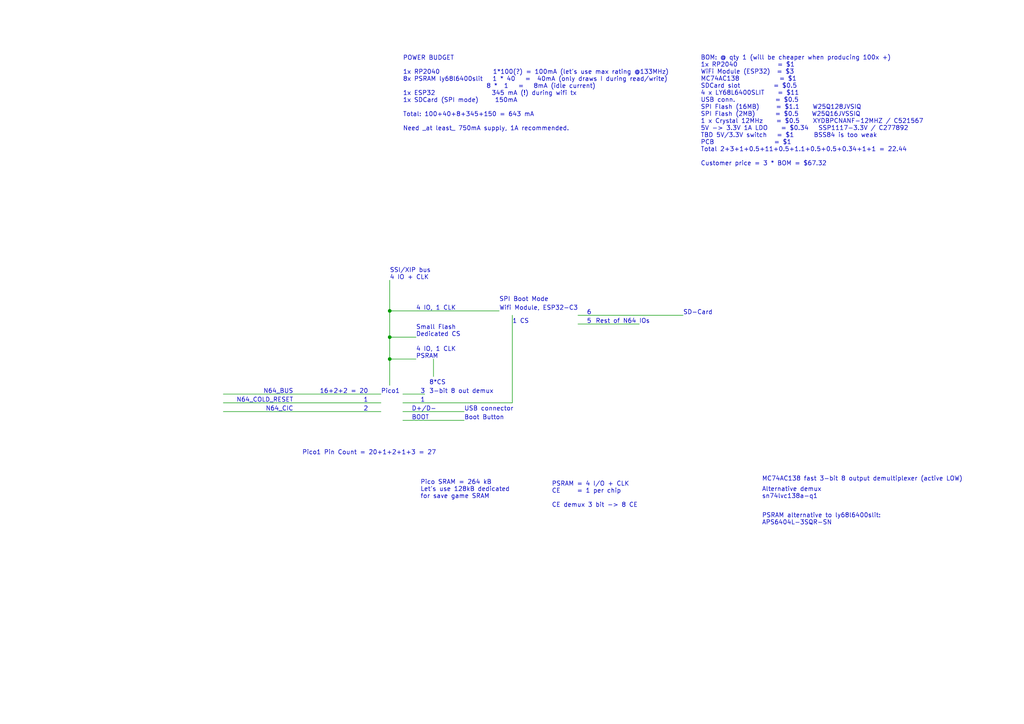
<source format=kicad_sch>
(kicad_sch (version 20211123) (generator eeschema)
  (paper "A4")
  (lib_symbols
    (symbol "Connector:Micro_SD_Card_Det" (pin_names (offset 1.016))
      (property "Reference" "J" (at -16.51 17.78 0))
      (property "Value" "Micro_SD_Card_Det" (at 16.51 17.78 0))
      (symbol "Micro_SD_Card_Det_0_1"
        (rectangle (start -7.62 -6.985) (end -5.08 -8.255) (fill (type outline)))
        (rectangle (start -7.62 -4.445) (end -5.08 -5.715) (fill (type outline)))
        (rectangle (start -7.62 -1.905) (end -5.08 -3.175) (fill (type outline)))
        (rectangle (start -7.62 0.635) (end -5.08 -0.635) (fill (type outline)))
        (rectangle (start -7.62 3.175) (end -5.08 1.905) (fill (type outline)))
        (rectangle (start -7.62 5.715) (end -5.08 4.445) (fill (type outline)))
        (rectangle (start -7.62 8.255) (end -5.08 6.985) (fill (type outline)))
        (rectangle (start -7.62 10.795) (end -5.08 9.525) (fill (type outline)))
        (polyline (pts (xy 16.51 15.24) (xy 16.51 16.51) (xy -19.05 16.51) (xy -19.05 -16.51) (xy 16.51 -16.51) (xy 16.51 -8.89)) (stroke (width 0.254)))
        (polyline (pts (xy -8.89 -8.89) (xy -8.89 11.43) (xy -1.27 11.43) (xy 2.54 15.24) (xy 3.81 15.24) (xy 3.81 13.97) (xy 6.35 13.97) (xy 7.62 15.24) (xy 20.32 15.24) (xy 20.32 -8.89) (xy -8.89 -8.89)) (stroke (width 0.254)) (fill (type background)))
      )
      (symbol "Micro_SD_Card_Det_1_1"
        (pin bidirectional line (at -22.86 10.16 0) (length 3.81) (name "DAT2") (number "1"))
        (pin passive line (at -22.86 -10.16 0) (length 3.81) (name "DET_A") (number "10"))
        (pin passive line (at 20.32 -12.7 180) (length 3.81) (name "SHIELD") (number "11"))
        (pin bidirectional line (at -22.86 7.62 0) (length 3.81) (name "DAT3/CD") (number "2"))
        (pin input line (at -22.86 5.08 0) (length 3.81) (name "CMD") (number "3"))
        (pin power_in line (at -22.86 2.54 0) (length 3.81) (name "VDD") (number "4"))
        (pin input line (at -22.86 0 0) (length 3.81) (name "CLK") (number "5"))
        (pin power_in line (at -22.86 -2.54 0) (length 3.81) (name "VSS") (number "6"))
        (pin bidirectional line (at -22.86 -5.08 0) (length 3.81) (name "DAT0") (number "7"))
        (pin bidirectional line (at -22.86 -7.62 0) (length 3.81) (name "DAT1") (number "8"))
        (pin passive line (at -22.86 -12.7 0) (length 3.81) (name "DET_B") (number "9"))
      )
    )
    (symbol "Connector_Generic:Conn_01x05" (pin_names (offset 1.016) hide)
      (property "Reference" "J" (at 0 7.62 0))
      (property "Value" "Conn_01x05" (at 0 -7.62 0))
      (symbol "Conn_01x05_1_1"
        (rectangle (start -1.27 -4.953) (end 0 -5.207) (stroke (width 0.1524)))
        (rectangle (start -1.27 -2.413) (end 0 -2.667) (stroke (width 0.1524)))
        (rectangle (start -1.27 0.127) (end 0 -0.127) (stroke (width 0.1524)))
        (rectangle (start -1.27 2.667) (end 0 2.413) (stroke (width 0.1524)))
        (rectangle (start -1.27 5.207) (end 0 4.953) (stroke (width 0.1524)))
        (rectangle (start -1.27 6.35) (end 1.27 -6.35) (stroke (width 0.254)) (fill (type background)))
        (pin passive line (at -5.08 5.08 0) (length 3.81) (name "Pin_1") (number "1"))
        (pin passive line (at -5.08 2.54 0) (length 3.81) (name "Pin_2") (number "2"))
        (pin passive line (at -5.08 0 0) (length 3.81) (name "Pin_3") (number "3"))
        (pin passive line (at -5.08 -2.54 0) (length 3.81) (name "Pin_4") (number "4"))
        (pin passive line (at -5.08 -5.08 0) (length 3.81) (name "Pin_5") (number "5"))
      )
    )
    (symbol "Connector_Generic:Conn_02x06_Odd_Even" (pin_names (offset 1.016) hide)
      (property "Reference" "J" (at 1.27 7.62 0))
      (property "Value" "Conn_02x06_Odd_Even" (at 1.27 -10.16 0))
      (symbol "Conn_02x06_Odd_Even_1_1"
        (rectangle (start -1.27 -7.493) (end 0 -7.747) (stroke (width 0.1524)))
        (rectangle (start -1.27 -4.953) (end 0 -5.207) (stroke (width 0.1524)))
        (rectangle (start -1.27 -2.413) (end 0 -2.667) (stroke (width 0.1524)))
        (rectangle (start -1.27 0.127) (end 0 -0.127) (stroke (width 0.1524)))
        (rectangle (start -1.27 2.667) (end 0 2.413) (stroke (width 0.1524)))
        (rectangle (start -1.27 5.207) (end 0 4.953) (stroke (width 0.1524)))
        (rectangle (start -1.27 6.35) (end 3.81 -8.89) (stroke (width 0.254)) (fill (type background)))
        (rectangle (start 3.81 -7.493) (end 2.54 -7.747) (stroke (width 0.1524)))
        (rectangle (start 3.81 -4.953) (end 2.54 -5.207) (stroke (width 0.1524)))
        (rectangle (start 3.81 -2.413) (end 2.54 -2.667) (stroke (width 0.1524)))
        (rectangle (start 3.81 0.127) (end 2.54 -0.127) (stroke (width 0.1524)))
        (rectangle (start 3.81 2.667) (end 2.54 2.413) (stroke (width 0.1524)))
        (rectangle (start 3.81 5.207) (end 2.54 4.953) (stroke (width 0.1524)))
        (pin passive line (at -5.08 5.08 0) (length 3.81) (name "Pin_1") (number "1"))
        (pin passive line (at 7.62 -5.08 180) (length 3.81) (name "Pin_10") (number "10"))
        (pin passive line (at -5.08 -7.62 0) (length 3.81) (name "Pin_11") (number "11"))
        (pin passive line (at 7.62 -7.62 180) (length 3.81) (name "Pin_12") (number "12"))
        (pin passive line (at 7.62 5.08 180) (length 3.81) (name "Pin_2") (number "2"))
        (pin passive line (at -5.08 2.54 0) (length 3.81) (name "Pin_3") (number "3"))
        (pin passive line (at 7.62 2.54 180) (length 3.81) (name "Pin_4") (number "4"))
        (pin passive line (at -5.08 0 0) (length 3.81) (name "Pin_5") (number "5"))
        (pin passive line (at 7.62 0 180) (length 3.81) (name "Pin_6") (number "6"))
        (pin passive line (at -5.08 -2.54 0) (length 3.81) (name "Pin_7") (number "7"))
        (pin passive line (at 7.62 -2.54 180) (length 3.81) (name "Pin_8") (number "8"))
        (pin passive line (at -5.08 -5.08 0) (length 3.81) (name "Pin_9") (number "9"))
      )
    )
    (symbol "Jumper:SolderJumper_2_Open" (pin_names (offset 0) hide)
      (property "Reference" "JP" (at 0 2.032 0))
      (property "Value" "SolderJumper_2_Open" (at 0 -2.54 0))
      (symbol "SolderJumper_2_Open_0_1"
        (arc (start -0.254 1.016) (mid -1.27 0) (end -0.254 -1.016))
        (arc (start -0.254 1.016) (mid -1.27 0) (end -0.254 -1.016) (fill (type outline)))
        (polyline (pts (xy -0.254 1.016) (xy -0.254 -1.016)))
        (polyline (pts (xy 0.254 1.016) (xy 0.254 -1.016)))
        (arc (start 0.254 -1.016) (mid 1.27 0) (end 0.254 1.016))
        (arc (start 0.254 -1.016) (mid 1.27 0) (end 0.254 1.016) (fill (type outline)))
      )
      (symbol "SolderJumper_2_Open_1_1"
        (pin passive line (at -3.81 0 0) (length 2.54) (name "A") (number "1"))
        (pin passive line (at 3.81 0 180) (length 2.54) (name "B") (number "2"))
      )
    )
    (symbol "RP2040_Stamp:RP2040_Stamp"
      (property "Reference" "U" (at 10.16 43.18 0))
      (property "Value" "RP2040_Stamp" (at 0 -38.1 0))
      (symbol "RP2040_Stamp_0_0"
        (text "IN" (at -4.445 39.37 0) (effects (font (size 1.27 1.27)) (justify left)))
        (text "OUT" (at -4.445 36.83 0) (effects (font (size 1.27 1.27)) (justify left)))
        (pin bidirectional line (at 12.7 39.37 180) (length 2.54) (name "GPIO0") (number "1"))
        (pin bidirectional line (at 12.7 16.51 180) (length 2.54) (name "GPIO9") (number "10"))
        (pin bidirectional line (at 12.7 13.97 180) (length 2.54) (name "GPIO10") (number "11"))
        (pin bidirectional line (at 12.7 11.43 180) (length 2.54) (name "GPIO11") (number "12"))
        (pin bidirectional line (at 12.7 8.89 180) (length 2.54) (name "GPIO12") (number "13"))
        (pin bidirectional line (at 12.7 6.35 180) (length 2.54) (name "GPIO13") (number "14"))
        (pin bidirectional line (at 12.7 3.81 180) (length 2.54) (name "GPIO14") (number "15"))
        (pin bidirectional line (at 12.7 1.27 180) (length 2.54) (name "GPIO15") (number "16"))
        (pin bidirectional line (at 12.7 -1.27 180) (length 2.54) (name "GPIO16") (number "17"))
        (pin bidirectional line (at 12.7 -3.81 180) (length 2.54) (name "GPIO17") (number "18"))
        (pin bidirectional line (at 12.7 -6.35 180) (length 2.54) (name "GPIO18") (number "19"))
        (pin bidirectional line (at 12.7 36.83 180) (length 2.54) (name "GPIO1") (number "2"))
        (pin bidirectional line (at 12.7 -8.89 180) (length 2.54) (name "GPIO19") (number "20"))
        (pin bidirectional line (at 12.7 -11.43 180) (length 2.54) (name "GPIO20") (number "21"))
        (pin bidirectional line (at 12.7 -13.97 180) (length 2.54) (name "GPIO21") (number "22"))
        (pin bidirectional line (at 12.7 -16.51 180) (length 2.54) (name "GPIO22") (number "23"))
        (pin bidirectional line (at 12.7 -19.05 180) (length 2.54) (name "GPIO23") (number "24"))
        (pin bidirectional line (at 12.7 -21.59 180) (length 2.54) (name "GPIO24") (number "25"))
        (pin bidirectional line (at 12.7 -24.13 180) (length 2.54) (name "GPIO25") (number "26"))
        (pin bidirectional line (at 12.7 -26.67 180) (length 2.54) (name "GPIO26") (number "27"))
        (pin bidirectional line (at 12.7 -29.21 180) (length 2.54) (name "GPIO27") (number "28"))
        (pin bidirectional line (at 12.7 -31.75 180) (length 2.54) (name "GPIO28") (number "29"))
        (pin bidirectional line (at 12.7 34.29 180) (length 2.54) (name "GPIO2") (number "3"))
        (pin bidirectional line (at 12.7 -34.29 180) (length 2.54) (name "GPIO29") (number "30"))
        (pin power_in line (at -12.7 -34.29 0) (length 2.54) (name "GND") (number "31"))
        (pin power_in line (at -12.7 34.29 0) (length 2.54) (name "VBAT") (number "32"))
        (pin power_in line (at -12.7 39.37 0) (length 2.54) (name "5V") (number "33"))
        (pin power_out line (at -12.7 36.83 0) (length 2.54) (name "3.3V") (number "34"))
        (pin bidirectional line (at -12.7 19.05 0) (length 2.54) (name "USB_D-") (number "35"))
        (pin bidirectional line (at -12.7 16.51 0) (length 2.54) (name "USB_D+") (number "36"))
        (pin bidirectional line (at -12.7 11.43 0) (length 2.54) (name "SWDIO") (number "37"))
        (pin input line (at -12.7 8.89 0) (length 2.54) (name "SWCLK") (number "38"))
        (pin bidirectional line (at -12.7 24.13 0) (length 2.54) (name "~{RESET}") (number "39"))
        (pin bidirectional line (at 12.7 31.75 180) (length 2.54) (name "GPIO3") (number "4"))
        (pin input line (at -12.7 29.21 0) (length 2.54) (name "BOOTSEL") (number "40"))
        (pin bidirectional line (at 12.7 29.21 180) (length 2.54) (name "GPIO4") (number "5"))
        (pin bidirectional line (at 12.7 26.67 180) (length 2.54) (name "GPIO5") (number "6"))
        (pin bidirectional line (at 12.7 24.13 180) (length 2.54) (name "GPIO6") (number "7"))
        (pin bidirectional line (at 12.7 21.59 180) (length 2.54) (name "GPIO7") (number "8"))
        (pin bidirectional line (at 12.7 19.05 180) (length 2.54) (name "GPIO8") (number "9"))
      )
      (symbol "RP2040_Stamp_0_1"
        (rectangle (start -10.16 41.91) (end 10.16 -36.83) (stroke (width 0.1524)) (fill (type background)))
      )
    )
    (symbol "Switch:SW_Push" (pin_numbers hide) (pin_names (offset 1.016) hide)
      (property "Reference" "SW" (at 1.27 2.54 0))
      (property "Value" "SW_Push" (at 0 -1.524 0))
      (symbol "SW_Push_0_1"
        (circle (center -2.032 0) (radius 0.508))
        (polyline (pts (xy 0 1.27) (xy 0 3.048)))
        (polyline (pts (xy 2.54 1.27) (xy -2.54 1.27)))
        (circle (center 2.032 0) (radius 0.508))
        (pin passive line (at -5.08 0 0) (length 2.54) (name "1") (number "1"))
        (pin passive line (at 5.08 0 180) (length 2.54) (name "2") (number "2"))
      )
    )
    (symbol "n64-cartridge:N64-Cartridge" (pin_names (offset 1.016))
      (property "Reference" "U?" (at -0.635 38.1 0))
      (property "Value" "N64-Cartridge" (at -0.635 34.29 0))
      (symbol "N64-Cartridge_0_1"
        (rectangle (start -17.78 33.02) (end 17.78 -33.02) (fill (type background)))
      )
      (symbol "N64-Cartridge_1_1"
        (pin passive line (at -25.4 30.48 0) (length 7.62) (name "GND") (number "1"))
        (pin passive line (at -25.4 7.62 0) (length 7.62) (name "READ") (number "10"))
        (pin passive line (at -25.4 5.08 0) (length 7.62) (name "AD11") (number "11"))
        (pin passive line (at -25.4 2.54 0) (length 7.62) (name "AD10") (number "12"))
        (pin passive line (at -25.4 0 0) (length 7.62) (name "12V") (number "13"))
        (pin passive line (at -25.4 -2.54 0) (length 7.62) (name "12V_EXP") (number "14"))
        (pin passive line (at -25.4 -5.08 0) (length 7.62) (name "AD9") (number "15"))
        (pin passive line (at -25.4 -7.62 0) (length 7.62) (name "AD8") (number "16"))
        (pin passive line (at -25.4 -10.16 0) (length 7.62) (name "VCC") (number "17"))
        (pin passive line (at -25.4 -12.7 0) (length 7.62) (name "u3_15") (number "18"))
        (pin passive line (at -25.4 -15.24 0) (length 7.62) (name "1.6mHz") (number "19"))
        (pin passive line (at -25.4 27.94 0) (length 7.62) (name "GND") (number "2"))
        (pin passive line (at -25.4 -17.78 0) (length 7.62) (name "COLD_RESET") (number "20"))
        (pin passive line (at -25.4 -20.32 0) (length 7.62) (name "S_DAT") (number "21"))
        (pin passive line (at -25.4 -22.86 0) (length 7.62) (name "GND") (number "22"))
        (pin passive line (at -25.4 -25.4 0) (length 7.62) (name "GND") (number "23"))
        (pin passive line (at -25.4 -27.94 0) (length 7.62) (name "LAUDIO") (number "24"))
        (pin passive line (at -25.4 -30.48 0) (length 7.62) (name "GND") (number "25"))
        (pin passive line (at 25.4 30.48 180) (length 7.62) (name "GND") (number "26"))
        (pin passive line (at 25.4 27.94 180) (length 7.62) (name "GND") (number "27"))
        (pin passive line (at 25.4 25.4 180) (length 7.62) (name "AD0") (number "28"))
        (pin passive line (at 25.4 22.86 180) (length 7.62) (name "AD1") (number "29"))
        (pin passive line (at -25.4 25.4 0) (length 7.62) (name "AD15") (number "3"))
        (pin passive line (at 25.4 20.32 180) (length 7.62) (name "AD2") (number "30"))
        (pin passive line (at 25.4 17.78 180) (length 7.62) (name "GND") (number "31"))
        (pin passive line (at 25.4 15.24 180) (length 7.62) (name "AD3") (number "32"))
        (pin passive line (at 25.4 12.7 180) (length 7.62) (name "aleL") (number "33"))
        (pin passive line (at 25.4 10.16 180) (length 7.62) (name "VCC") (number "34"))
        (pin passive line (at 25.4 7.62 180) (length 7.62) (name "aleH") (number "35"))
        (pin passive line (at 25.4 5.08 180) (length 7.62) (name "AD4") (number "36"))
        (pin passive line (at 25.4 2.54 180) (length 7.62) (name "AD5") (number "37"))
        (pin passive line (at 25.4 0 180) (length 7.62) (name "12V_EXP") (number "38"))
        (pin passive line (at 25.4 -2.54 180) (length 7.62) (name "12V") (number "39"))
        (pin passive line (at -25.4 22.86 0) (length 7.62) (name "AD14") (number "4"))
        (pin passive line (at 25.4 -5.08 180) (length 7.62) (name "AD6") (number "40"))
        (pin passive line (at 25.4 -7.62 180) (length 7.62) (name "AD7") (number "41"))
        (pin passive line (at 25.4 -10.16 180) (length 7.62) (name "VCC") (number "42"))
        (pin passive line (at 25.4 -12.7 180) (length 7.62) (name "u3_14") (number "43"))
        (pin passive line (at 25.4 -15.24 180) (length 7.62) (name "NC") (number "44"))
        (pin passive line (at 25.4 -17.78 180) (length 7.62) (name "os_event_cart") (number "45"))
        (pin passive line (at 25.4 -20.32 180) (length 7.62) (name "NC") (number "46"))
        (pin passive line (at 25.4 -22.86 180) (length 7.62) (name "GND") (number "47"))
        (pin passive line (at 25.4 -25.4 180) (length 7.62) (name "GND") (number "48"))
        (pin passive line (at 25.4 -27.94 180) (length 7.62) (name "RAUDIO") (number "49"))
        (pin passive line (at -25.4 20.32 0) (length 7.62) (name "AD13") (number "5"))
        (pin passive line (at 25.4 -30.48 180) (length 7.62) (name "GND") (number "50"))
        (pin passive line (at -25.4 17.78 0) (length 7.62) (name "GND") (number "6"))
        (pin passive line (at -25.4 15.24 0) (length 7.62) (name "AD12") (number "7"))
        (pin passive line (at -25.4 12.7 0) (length 7.62) (name "WRITE") (number "8"))
        (pin passive line (at -25.4 10.16 0) (length 7.62) (name "VCC") (number "9"))
      )
    )
    (symbol "power:+3V3" (power) (pin_names (offset 0))
      (property "Value" "+3V3" (at 0 3.556 0))
      (symbol "+3V3_0_1"
        (polyline (pts (xy -0.762 1.27) (xy 0 2.54)))
        (polyline (pts (xy 0 0) (xy 0 2.54)))
        (polyline (pts (xy 0 2.54) (xy 0.762 1.27)))
      )
      (symbol "+3V3_1_1"
        (pin power_in line (at 0 0 90) (length 0) hide (name "+3V3") (number "1"))
      )
    )
    (symbol "power:GND" (power) (pin_names (offset 0))
      (property "Value" "GND" (at 0 -3.81 0))
      (symbol "GND_0_1"
        (polyline (pts (xy 0 0) (xy 0 -1.27) (xy 1.27 -1.27) (xy 0 -2.54) (xy -1.27 -1.27) (xy 0 -1.27)))
      )
      (symbol "GND_1_1"
        (pin power_in line (at 0 0 270) (length 0) hide (name "GND") (number "1"))
      )
    )
    (symbol "power:VBUS" (power) (pin_names (offset 0))
      (property "Value" "VBUS" (at 0 3.81 0))
      (symbol "VBUS_0_1"
        (polyline (pts (xy -0.762 1.27) (xy 0 2.54)))
        (polyline (pts (xy 0 0) (xy 0 2.54)))
        (polyline (pts (xy 0 2.54) (xy 0.762 1.27)))
      )
      (symbol "VBUS_1_1"
        (pin power_in line (at 0 0 90) (length 0) hide (name "VBUS") (number "1"))
      )
    )
  )
  (junction (at 113.03 104.14))
  (junction (at 113.03 90.17))
  (junction (at 113.03 97.79))
  (no_connect (at 434.34 66.04))
  (no_connect (at 485.14 66.04))
  (no_connect (at 403.86 137.16))
  (no_connect (at 434.34 63.5))
  (no_connect (at 335.28 38.1))
  (no_connect (at 485.14 83.82))
  (no_connect (at 485.14 63.5))
  (no_connect (at 485.14 91.44))
  (no_connect (at 434.34 91.44))
  (wire (pts (xy 125.73 104.14) (xy 125.73 109.22)))
  (polyline (pts (xy 383.54 30.48) (xy 383.54 86.36)))
  (wire (pts (xy 360.68 91.44) (xy 382.27 91.44)))
  (wire (pts (xy 360.68 48.26) (xy 365.76 48.26)))
  (wire (pts (xy 441.96 147.32) (xy 447.04 147.32)))
  (wire (pts (xy 349.25 139.7) (xy 349.25 144.78)))
  (wire (pts (xy 113.03 90.17) (xy 144.78 90.17)))
  (wire (pts (xy 485.14 93.98) (xy 495.3 93.98)))
  (wire (pts (xy 429.26 76.2) (xy 434.34 76.2)))
  (wire (pts (xy 424.18 45.72) (xy 434.34 45.72)))
  (wire (pts (xy 429.26 40.64) (xy 434.34 40.64)))
  (wire (pts (xy 429.26 53.34) (xy 434.34 53.34)))
  (wire (pts (xy 389.89 99.06) (xy 396.24 99.06)))
  (wire (pts (xy 485.14 88.9) (xy 495.3 88.9)))
  (wire (pts (xy 360.68 71.12) (xy 365.76 71.12)))
  (wire (pts (xy 330.2 53.34) (xy 335.28 53.34)))
  (wire (pts (xy 441.96 129.54) (xy 447.04 129.54)))
  (wire (pts (xy 424.18 93.98) (xy 434.34 93.98)))
  (wire (pts (xy 360.68 78.74) (xy 365.76 78.74)))
  (wire (pts (xy 148.59 91.44) (xy 148.59 116.84)))
  (wire (pts (xy 360.68 83.82) (xy 365.76 83.82)))
  (wire (pts (xy 429.26 71.12) (xy 434.34 71.12)))
  (wire (pts (xy 441.96 142.24) (xy 447.04 142.24)))
  (wire (pts (xy 429.26 50.8) (xy 434.34 50.8)))
  (wire (pts (xy 381 129.54) (xy 386.08 129.54)))
  (wire (pts (xy 330.2 55.88) (xy 335.28 55.88)))
  (wire (pts (xy 485.14 71.12) (xy 490.22 71.12)))
  (wire (pts (xy 360.68 76.2) (xy 365.76 76.2)))
  (wire (pts (xy 485.14 40.64) (xy 490.22 40.64)))
  (wire (pts (xy 360.68 73.66) (xy 365.76 73.66)))
  (wire (pts (xy 360.68 53.34) (xy 365.76 53.34)))
  (wire (pts (xy 485.14 38.1) (xy 490.22 38.1)))
  (wire (pts (xy 360.68 38.1) (xy 365.76 38.1)))
  (wire (pts (xy 429.26 60.96) (xy 434.34 60.96)))
  (wire (pts (xy 424.18 86.36) (xy 434.34 86.36)))
  (wire (pts (xy 360.68 40.64) (xy 365.76 40.64)))
  (wire (pts (xy 64.77 119.38) (xy 110.49 119.38)))
  (wire (pts (xy 485.14 58.42) (xy 490.22 58.42)))
  (wire (pts (xy 424.18 35.56) (xy 434.34 35.56)))
  (wire (pts (xy 429.26 83.82) (xy 434.34 83.82)))
  (wire (pts (xy 360.68 60.96) (xy 365.76 60.96)))
  (wire (pts (xy 116.84 116.84) (xy 148.59 116.84)))
  (wire (pts (xy 360.68 66.04) (xy 365.76 66.04)))
  (wire (pts (xy 485.14 43.18) (xy 490.22 43.18)))
  (wire (pts (xy 381 132.08) (xy 386.08 132.08)))
  (wire (pts (xy 113.03 81.28) (xy 113.03 90.17)))
  (wire (pts (xy 330.2 106.68) (xy 335.28 106.68)))
  (wire (pts (xy 398.78 134.62) (xy 403.86 134.62)))
  (wire (pts (xy 485.14 60.96) (xy 490.22 60.96)))
  (polyline (pts (xy 368.3 30.48) (xy 381 30.48)))
  (wire (pts (xy 381 137.16) (xy 386.08 137.16)))
  (wire (pts (xy 389.89 96.52) (xy 396.24 96.52)))
  (wire (pts (xy 485.14 73.66) (xy 490.22 73.66)))
  (wire (pts (xy 429.26 139.7) (xy 447.04 139.7)))
  (wire (pts (xy 330.2 27.94) (xy 330.2 33.02)))
  (wire (pts (xy 360.68 63.5) (xy 365.76 63.5)))
  (wire (pts (xy 485.14 35.56) (xy 495.3 35.56)))
  (wire (pts (xy 360.68 68.58) (xy 365.76 68.58)))
  (polyline (pts (xy 368.3 86.36) (xy 383.54 86.36)))
  (wire (pts (xy 429.26 55.88) (xy 434.34 55.88)))
  (wire (pts (xy 441.96 127) (xy 447.04 127)))
  (polyline (pts (xy 414.02 83.82) (xy 414.02 101.6)))
  (wire (pts (xy 360.68 86.36) (xy 365.76 86.36)))
  (wire (pts (xy 113.03 104.14) (xy 113.03 111.76)))
  (wire (pts (xy 360.68 106.68) (xy 365.76 106.68)))
  (wire (pts (xy 167.64 93.98) (xy 185.42 93.98)))
  (wire (pts (xy 360.68 101.6) (xy 365.76 101.6)))
  (wire (pts (xy 116.84 119.38) (xy 134.62 119.38)))
  (polyline (pts (xy 414.02 101.6) (xy 393.7 101.6)))
  (wire (pts (xy 381 142.24) (xy 386.08 142.24)))
  (wire (pts (xy 485.14 53.34) (xy 490.22 53.34)))
  (wire (pts (xy 360.68 43.18) (xy 365.76 43.18)))
  (wire (pts (xy 495.3 149.86) (xy 490.22 149.86)))
  (wire (pts (xy 113.03 90.17) (xy 113.03 97.79)))
  (wire (pts (xy 360.68 58.42) (xy 365.76 58.42)))
  (wire (pts (xy 360.68 35.56) (xy 365.76 35.56)))
  (wire (pts (xy 398.78 132.08) (xy 403.86 132.08)))
  (wire (pts (xy 429.26 38.1) (xy 434.34 38.1)))
  (wire (pts (xy 360.68 33.02) (xy 365.76 33.02)))
  (wire (pts (xy 344.17 137.16) (xy 349.25 137.16)))
  (wire (pts (xy 360.68 99.06) (xy 382.27 99.06)))
  (wire (pts (xy 330.2 111.76) (xy 330.2 106.68)))
  (wire (pts (xy 344.17 134.62) (xy 349.25 134.62)))
  (polyline (pts (xy 381 30.48) (xy 383.54 30.48)))
  (wire (pts (xy 116.84 114.3) (xy 123.19 114.3)))
  (wire (pts (xy 485.14 78.74) (xy 490.22 78.74)))
  (wire (pts (xy 113.03 104.14) (xy 120.65 104.14)))
  (wire (pts (xy 116.84 121.92) (xy 134.62 121.92)))
  (wire (pts (xy 485.14 55.88) (xy 490.22 55.88)))
  (wire (pts (xy 167.64 91.44) (xy 198.12 91.44)))
  (wire (pts (xy 330.2 60.96) (xy 335.28 60.96)))
  (wire (pts (xy 360.68 104.14) (xy 365.76 104.14)))
  (wire (pts (xy 360.68 88.9) (xy 365.76 88.9)))
  (wire (pts (xy 441.96 149.86) (xy 447.04 149.86)))
  (wire (pts (xy 429.26 43.18) (xy 434.34 43.18)))
  (wire (pts (xy 360.68 45.72) (xy 365.76 45.72)))
  (wire (pts (xy 360.68 93.98) (xy 382.27 93.98)))
  (wire (pts (xy 424.18 33.02) (xy 434.34 33.02)))
  (wire (pts (xy 424.18 88.9) (xy 434.34 88.9)))
  (wire (pts (xy 398.78 129.54) (xy 403.86 129.54)))
  (wire (pts (xy 429.26 48.26) (xy 434.34 48.26)))
  (wire (pts (xy 441.96 149.86) (xy 441.96 154.94)))
  (polyline (pts (xy 393.7 83.82) (xy 414.02 83.82)))
  (wire (pts (xy 307.34 48.26) (xy 307.34 43.18)))
  (wire (pts (xy 495.3 154.94) (xy 495.3 149.86)))
  (wire (pts (xy 485.14 33.02) (xy 495.3 33.02)))
  (wire (pts (xy 344.17 132.08) (xy 349.25 132.08)))
  (wire (pts (xy 485.14 68.58) (xy 490.22 68.58)))
  (wire (pts (xy 344.17 129.54) (xy 349.25 129.54)))
  (wire (pts (xy 485.14 86.36) (xy 495.3 86.36)))
  (wire (pts (xy 113.03 97.79) (xy 120.65 97.79)))
  (wire (pts (xy 398.78 139.7) (xy 403.86 139.7)))
  (wire (pts (xy 441.96 144.78) (xy 447.04 144.78)))
  (wire (pts (xy 389.89 93.98) (xy 396.24 93.98)))
  (wire (pts (xy 398.78 137.16) (xy 403.86 137.16)))
  (wire (pts (xy 360.68 96.52) (xy 382.27 96.52)))
  (wire (pts (xy 360.68 81.28) (xy 365.76 81.28)))
  (wire (pts (xy 322.58 43.18) (xy 335.28 43.18)))
  (wire (pts (xy 307.34 43.18) (xy 312.42 43.18)))
  (wire (pts (xy 429.26 81.28) (xy 434.34 81.28)))
  (wire (pts (xy 330.2 33.02) (xy 335.28 33.02)))
  (wire (pts (xy 429.26 78.74) (xy 434.34 78.74)))
  (wire (pts (xy 398.78 142.24) (xy 403.86 142.24)))
  (wire (pts (xy 429.26 68.58) (xy 434.34 68.58)))
  (wire (pts (xy 322.58 27.94) (xy 322.58 35.56)))
  (wire (pts (xy 360.68 50.8) (xy 365.76 50.8)))
  (wire (pts (xy 485.14 81.28) (xy 490.22 81.28)))
  (wire (pts (xy 330.2 63.5) (xy 335.28 63.5)))
  (polyline (pts (xy 393.7 83.82) (xy 393.7 101.6)))
  (wire (pts (xy 322.58 35.56) (xy 335.28 35.56)))
  (wire (pts (xy 485.14 48.26) (xy 490.22 48.26)))
  (wire (pts (xy 485.14 45.72) (xy 495.3 45.72)))
  (wire (pts (xy 429.26 73.66) (xy 434.34 73.66)))
  (wire (pts (xy 64.77 114.3) (xy 110.49 114.3)))
  (wire (pts (xy 381 134.62) (xy 386.08 134.62)))
  (wire (pts (xy 441.96 137.16) (xy 447.04 137.16)))
  (wire (pts (xy 330.2 48.26) (xy 335.28 48.26)))
  (wire (pts (xy 429.26 134.62) (xy 447.04 134.62)))
  (wire (pts (xy 381 139.7) (xy 386.08 139.7)))
  (wire (pts (xy 349.25 127) (xy 349.25 129.54)))
  (wire (pts (xy 360.68 55.88) (xy 365.76 55.88)))
  (wire (pts (xy 485.14 50.8) (xy 490.22 50.8)))
  (wire (pts (xy 441.96 132.08) (xy 447.04 132.08)))
  (wire (pts (xy 429.26 58.42) (xy 434.34 58.42)))
  (wire (pts (xy 485.14 76.2) (xy 490.22 76.2)))
  (wire (pts (xy 389.89 91.44) (xy 396.24 91.44)))
  (wire (pts (xy 344.17 139.7) (xy 349.25 139.7)))
  (wire (pts (xy 64.77 116.84) (xy 110.49 116.84)))
  (wire (pts (xy 113.03 97.79) (xy 113.03 104.14)))
  (text "PSRAM alternative to ly68l6400slit:\nAPS6404L-3SQR-SN" (at 220.98 152.4 0) (effects (font (size 1.27 1.27)) (justify left bottom)))
  (text "3" (at 121.92 114.3 0) (effects (font (size 1.27 1.27)) (justify left bottom)))
  (text "N64_BUS" (at 85.09 114.3 180) (effects (font (size 1.27 1.27)) (justify right bottom)))
  (text "4 IO, 1 CLK\nPSRAM \n" (at 120.65 104.14 0) (effects (font (size 1.27 1.27)) (justify left bottom)))
  (text "BOOT" (at 119.38 121.92 0) (effects (font (size 1.27 1.27)) (justify left bottom)))
  (text "Boot Button" (at 134.62 121.92 0) (effects (font (size 1.27 1.27)) (justify left bottom)))
  (text "Absolute minimum" (at 368.3 30.48 0) (effects (font (size 1.27 1.27)) (justify left bottom)))
  (text "Not enough I/Os\nto handle these" (at 396.24 88.9 0) (effects (font (size 1.27 1.27)) (justify left bottom)))
  (text "SPI Boot Mode" (at 144.78 87.63 0) (effects (font (size 1.27 1.27)) (justify left bottom)))
  (text "Alternative demux\nsn74lvc138a-q1" (at 220.98 144.78 0) (effects (font (size 1.27 1.27)) (justify left bottom)))
  (text "Pico1 Pin Count = 20+1+2+1+3 = 27" (at 87.63 132.08 0) (effects (font (size 1.27 1.27)) (justify left bottom)))
  (text "Wifi Module, ESP32-C3" (at 144.78 90.17 0) (effects (font (size 1.27 1.27)) (justify left bottom)))
  (text "Rest of N64 IOs" (at 172.72 93.98 0) (effects (font (size 1.27 1.27)) (justify left bottom)))
  (text "4 IO, 1 CLK" (at 120.65 90.17 0) (effects (font (size 1.27 1.27)) (justify left bottom)))
  (text "MC74AC138 fast 3-bit 8 output demultiplexer (active LOW)" (at 220.98 139.7 0) (effects (font (size 1.27 1.27)) (justify left bottom)))
  (text "BOM: @ qty 1 (will be cheaper when producing 100x +)\n1x RP2040            = $1\nWiFi Module (ESP32)  = $3\nMC74AC138            = $1\nSDCard slot          = $0.5\n4 x LY68L6400SLIT    = $11\nUSB conn.            = $0.5\nSPI Flash (16MB)     = $1.1    W25Q128JVSIQ\nSPI Flash (2MB)      = $0.5    W25Q16JVSSIQ\n1 x Crystal 12MHz    = $0.5    XYDBPCNANF-12MHZ / C521567\n5V -> 3.3V 1A LDO    = $0.34   SSP1117-3.3V / C277892\nTBD 5V/3.3V switch   = $1      BSS84 is too weak\nPCB                  = $1\nTotal 2+3+1+0.5+11+0.5+1.1+0.5+0.5+0.34+1+1 = 22.44\n\nCustomer price = 3 * BOM = $67.32" (at 203.2 48.26 0) (effects (font (size 1.27 1.27)) (justify left bottom)))
  (text "1" (at 121.92 116.84 0) (effects (font (size 1.27 1.27)) (justify left bottom)))
  (text "SD-Card" (at 198.12 91.44 0) (effects (font (size 1.27 1.27)) (justify left bottom)))
  (text "POWER BUDGET\n\n1x RP2040                1*100(?) = 100mA (let's use max rating @133MHz)\n8x PSRAM ly68l6400slit   1 * 40   =  40mA (only draws I during read/write)\n                         8 *  1   =   8mA (idle current)\n1x ESP32                 345 mA (!) during wifi tx\n1x SDCard (SPI mode)     150mA \n\nTotal: 100+40+8+345+150 = 643 mA\n\nNeed _at least_ 750mA supply, 1A recommended." (at 116.84 38.1 0) (effects (font (size 1.27 1.27)) (justify left bottom)))
  (text "6" (at 170.18 91.44 0) (effects (font (size 1.27 1.27)) (justify left bottom)))
  (text "8*CS" (at 124.46 111.76 0) (effects (font (size 1.27 1.27)) (justify left bottom)))
  (text "2" (at 105.41 119.38 0) (effects (font (size 1.27 1.27)) (justify left bottom)))
  (text "USB connector" (at 134.62 119.38 0) (effects (font (size 1.27 1.27)) (justify left bottom)))
  (text "3-bit 8 out demux" (at 124.46 114.3 0) (effects (font (size 1.27 1.27)) (justify left bottom)))
  (text "5" (at 170.18 93.98 0) (effects (font (size 1.27 1.27)) (justify left bottom)))
  (text "Pin 44 is important! Interrupt pin" (at 508 78.74 0) (effects (font (size 1.27 1.27)) (justify left bottom)))
  (text "N64_COLD_RESET" (at 85.09 116.84 180) (effects (font (size 1.27 1.27)) (justify right bottom)))
  (text "SSI/XIP bus\n4 IO + CLK" (at 113.03 81.28 0) (effects (font (size 1.27 1.27)) (justify left bottom)))
  (text "Pico SRAM = 264 kB\nLet's use 128kB dedicated\nfor save game SRAM" (at 121.92 144.78 0) (effects (font (size 1.27 1.27)) (justify left bottom)))
  (text "1 CS" (at 148.59 93.98 0) (effects (font (size 1.27 1.27)) (justify left bottom)))
  (text "Small Flash\nDedicated CS" (at 120.65 97.79 0) (effects (font (size 1.27 1.27)) (justify left bottom)))
  (text "PSRAM = 4 I/O + CLK\nCE     = 1 per chip\n\nCE demux 3 bit -> 8 CE" (at 160.02 147.32 0) (effects (font (size 1.27 1.27)) (justify left bottom)))
  (text "1" (at 105.41 116.84 0) (effects (font (size 1.27 1.27)) (justify left bottom)))
  (text "N64_CIC" (at 85.09 119.38 180) (effects (font (size 1.27 1.27)) (justify right bottom)))
  (text "D+/D-" (at 119.38 119.38 0) (effects (font (size 1.27 1.27)) (justify left bottom)))
  (text "Pico1" (at 110.49 114.3 0) (effects (font (size 1.27 1.27)) (justify left bottom)))
  (text "16+2+2 = 20" (at 92.71 114.3 0) (effects (font (size 1.27 1.27)) (justify left bottom)))
  (label "N64_CIC_DIO" (at 429.26 76.2 180))
  (label "N64_SI_CLK" (at 429.26 78.74 180))
  (label "PMOD_2_SIO0" (at 365.76 101.6 0))
  (label "RP_SWDCLK" (at 349.25 134.62 0))
  (label "AD8" (at 365.76 53.34 0))
  (label "N64_VCC" (at 429.26 53.34 180))
  (label "N64_NMI" (at 396.24 104.14 0))
  (label "AD4" (at 365.76 43.18 0))
  (label "~{WRITE}" (at 429.26 50.8 180))
  (label "AD1" (at 365.76 35.56 0))
  (label "PMOD_8_CS1" (at 403.86 137.16 0))
  (label "PMOD_5_SIO2" (at 403.86 129.54 0))
  (label "AD1" (at 490.22 40.64 0))
  (label "PMOD_6_SIO3" (at 365.76 93.98 0))
  (label "RP_SWDCLK" (at 330.2 63.5 180))
  (label "AD11" (at 429.26 58.42 180))
  (label "~{WRITE}" (at 365.76 78.74 0))
  (label "AD15" (at 365.76 71.12 0))
  (label "N64_VCC" (at 429.26 73.66 180))
  (label "AD12" (at 365.76 63.5 0))
  (label "AD11" (at 365.76 60.96 0))
  (label "N64_VCC" (at 490.22 53.34 0))
  (label "AD10" (at 365.76 58.42 0))
  (label "N64_NMI" (at 490.22 81.28 0))
  (label "PMOD_6_SIO3" (at 403.86 132.08 0))
  (label "N64_CIC_DCLK" (at 365.76 83.82 0))
  (label "PMOD_4_SCLK" (at 381 137.16 180))
  (label "PMOD_1_SS" (at 365.76 96.52 0))
  (label "AD3" (at 490.22 48.26 0))
  (label "PMOD_4_SCLK" (at 365.76 99.06 0))
  (label "N64_S_DAT" (at 429.26 83.82 180))
  (label "AD14" (at 365.76 68.58 0))
  (label "AD3" (at 365.76 40.64 0))
  (label "AD9" (at 429.26 68.58 180))
  (label "N64_CIC_DIO" (at 365.76 86.36 0))
  (label "AD7" (at 490.22 71.12 0))
  (label "AD2" (at 365.76 38.1 0))
  (label "N64_S_DAT" (at 396.24 91.44 0))
  (label "AD13" (at 365.76 66.04 0))
  (label "N64_INT" (at 490.22 78.74 0))
  (label "N64_SI_CLK" (at 396.24 93.98 0))
  (label "PMOD_1_SS" (at 441.96 132.08 180))
  (label "PMOD_7_CS0" (at 441.96 147.32 180))
  (label "PMOD_6_SIO3" (at 441.96 129.54 180))
  (label "PMOD_2_SIO0" (at 441.96 142.24 180))
  (label "N64_CIC_DCLK" (at 490.22 76.2 0))
  (label "AD15" (at 429.26 38.1 180))
  (label "PMOD_5_SIO2" (at 365.76 91.44 0))
  (label "PMOD_7_CS0" (at 365.76 106.68 0))
  (label "AD0" (at 490.22 38.1 0))
  (label "PMOD_3_SIO1" (at 441.96 144.78 180))
  (label "N64_COLD_RESET" (at 365.76 88.9 0))
  (label "~{RP_RESET}" (at 330.2 48.26 180))
  (label "PMOD_3_SIO1" (at 365.76 104.14 0))
  (label "~{READ}" (at 365.76 81.28 0))
  (label "AD5" (at 490.22 60.96 0))
  (label "PMOD_5_SIO2" (at 441.96 127 180))
  (label "ALEH" (at 490.22 55.88 0))
  (label "AD4" (at 490.22 58.42 0))
  (label "AD13" (at 429.26 43.18 180))
  (label "AD7" (at 365.76 50.8 0))
  (label "USB_D-" (at 330.2 53.34 180))
  (label "USB_D+" (at 330.2 55.88 180))
  (label "N64_EEP_SDAT" (at 396.24 96.52 0))
  (label "AD8" (at 429.26 71.12 180))
  (label "AD2" (at 490.22 43.18 0))
  (label "AD12" (at 429.26 48.26 180))
  (label "N64_VCC" (at 490.22 73.66 0))
  (label "AD9" (at 365.76 55.88 0))
  (label "AD6" (at 365.76 48.26 0))
  (label "PMOD_7_CS0" (at 403.86 134.62 0))
  (label "RP_SWDIO" (at 349.25 137.16 0))
  (label "ALEH" (at 365.76 76.2 0))
  (label "~{READ}" (at 429.26 55.88 180))
  (label "AD5" (at 365.76 45.72 0))
  (label "PMOD_4_SCLK" (at 441.96 137.16 180))
  (label "ALEL" (at 490.22 50.8 0))
  (label "AD14" (at 429.26 40.64 180))
  (label "N64_COLD_RESET" (at 429.26 81.28 180))
  (label "~{RP_RESET}" (at 349.25 132.08 0))
  (label "N64_INT" (at 396.24 99.06 0))
  (label "PMOD_1_SS" (at 381 129.54 180))
  (label "AD6" (at 490.22 68.58 0))
  (label "RP_SWDIO" (at 330.2 60.96 180))
  (label "PMOD_3_SIO1" (at 381 134.62 180))
  (label "ALEL" (at 365.76 73.66 0))
  (label "AD0" (at 365.76 33.02 0))
  (label "PMOD_2_SIO0" (at 381 132.08 180))
  (label "AD10" (at 429.26 60.96 180))
  (symbol (lib_id "power:GND") (at 349.25 144.78 0) (unit 1)
    (property "Reference" "#PWR?" (effects hide))
  )
  (symbol (lib_id "power:GND") (at 307.34 48.26 0) (unit 1)
    (property "Reference" "#PWR?" (effects hide))
  )
  (symbol (lib_id "power:GND") (at 495.3 45.72 90) (unit 1)
    (property "Reference" "#PWR?" (effects hide))
  )
  (symbol (lib_id "power:GND") (at 424.18 35.56 270) (unit 1)
    (property "Reference" "#PWR?" (effects hide))
  )
  (symbol (lib_id "Jumper:SolderJumper_2_Open") (at 386.08 99.06 0) (unit 1)
    (property "Reference" "JP?" (at 391.16 97.79 0))
  )
  (symbol (lib_id "power:GND") (at 495.3 33.02 90) (unit 1)
    (property "Reference" "#PWR?" (effects hide))
  )
  (symbol (lib_id "power:+3V3") (at 403.86 142.24 270) (unit 1)
    (property "Reference" "#PWR?" (effects hide))
  )
  (symbol (lib_id "power:GND") (at 403.86 139.7 90) (unit 1)
    (property "Reference" "#PWR?" (effects hide))
  )
  (symbol (lib_id "power:GND") (at 424.18 93.98 270) (unit 1)
    (property "Reference" "#PWR?" (effects hide))
  )
  (symbol (lib_id "power:+3V3") (at 349.25 127 0) (unit 1)
    (property "Reference" "#PWR?" (effects hide))
  )
  (symbol (lib_id "power:GND") (at 424.18 86.36 270) (unit 1)
    (property "Reference" "#PWR?" (effects hide))
  )
  (symbol (lib_id "power:GND") (at 495.3 86.36 90) (unit 1)
    (property "Reference" "#PWR?" (effects hide))
  )
  (symbol (lib_id "power:GND") (at 429.26 139.7 270) (unit 1)
    (property "Reference" "#PWR?" (effects hide))
  )
  (symbol (lib_id "Switch:SW_Push") (at 317.5 43.18 0) (unit 1)
    (property "Reference" "SW?" (at 317.5 35.56 0))
  )
  (symbol (lib_id "power:GND") (at 424.18 88.9 270) (unit 1)
    (property "Reference" "#PWR?" (effects hide))
  )
  (symbol (lib_id "power:GND") (at 495.3 154.94 0) (unit 1)
    (property "Reference" "#PWR?" (effects hide))
  )
  (symbol (lib_id "power:GND") (at 424.18 45.72 270) (unit 1)
    (property "Reference" "#PWR?" (effects hide))
  )
  (symbol (lib_id "power:GND") (at 424.18 33.02 270) (unit 1)
    (property "Reference" "#PWR?" (effects hide))
  )
  (symbol (lib_id "n64-cartridge:N64-Cartridge") (at 459.74 63.5 0) (unit 1)
    (property "Reference" "U?" (at 459.105 25.4 0) (effects (font (size 1.524 1.524))))
  )
  (symbol (lib_id "power:+3V3") (at 429.26 134.62 90) (unit 1)
    (property "Reference" "#PWR?" (effects hide))
  )
  (symbol (lib_id "Connector_Generic:Conn_02x06_Odd_Even") (at 391.16 137.16 0) (mirror x) (unit 1)
    (property "Reference" "J?" (at 392.43 123.19 0))
  )
  (symbol (lib_id "power:VBUS") (at 330.2 27.94 0) (unit 1)
    (property "Reference" "#PWR?" (effects hide))
  )
  (symbol (lib_id "Connector:Micro_SD_Card_Det") (at 469.9 137.16 0) (unit 1)
    (property "Reference" "J?" (at 470.535 115.57 0))
    (property "Datasheet" "https://www.hirose.com/product/en/download_file/key_name/DM3/category/Catalog/doc_file_id/49662/?file_category_id=4&item_id=195&is_series=1" (effects hide))
  )
  (symbol (lib_id "Jumper:SolderJumper_2_Open") (at 386.08 96.52 0) (unit 1)
    (property "Reference" "JP?" (at 391.16 95.25 0))
  )
  (symbol (lib_id "power:GND") (at 381 139.7 270) (unit 1)
    (property "Reference" "#PWR?" (effects hide))
  )
  (symbol (lib_id "power:GND") (at 441.96 154.94 0) (unit 1)
    (property "Reference" "#PWR?" (effects hide))
  )
  (symbol (lib_id "power:+3V3") (at 381 142.24 90) (unit 1)
    (property "Reference" "#PWR?" (effects hide))
  )
  (symbol (lib_id "RP2040_Stamp:RP2040_Stamp") (at 347.98 72.39 0) (unit 1)
    (property "Reference" "U?" (at 347.98 25.4 0))
  )
  (symbol (lib_id "Jumper:SolderJumper_2_Open") (at 386.08 93.98 0) (unit 1)
    (property "Reference" "JP?" (at 391.16 92.71 0))
  )
  (symbol (lib_id "Connector_Generic:Conn_01x05") (at 339.09 134.62 0) (mirror y) (unit 1)
    (property "Reference" "J?" (at 339.09 123.19 0))
  )
  (symbol (lib_id "power:GND") (at 495.3 35.56 90) (unit 1)
    (property "Reference" "#PWR?" (effects hide))
  )
  (symbol (lib_id "power:GND") (at 495.3 88.9 90) (unit 1)
    (property "Reference" "#PWR?" (effects hide))
  )
  (symbol (lib_id "power:GND") (at 330.2 111.76 0) (unit 1)
    (property "Reference" "#PWR?" (effects hide))
  )
  (symbol (lib_id "power:+3V3") (at 322.58 27.94 0) (unit 1)
    (property "Reference" "#PWR?" (effects hide))
  )
  (symbol (lib_id "Jumper:SolderJumper_2_Open") (at 386.08 91.44 0) (unit 1)
    (property "Reference" "JP?" (at 391.16 90.17 0))
  )
  (symbol (lib_id "power:GND") (at 495.3 93.98 90) (unit 1)
    (property "Reference" "#PWR?" (effects hide))
  )
)
</source>
